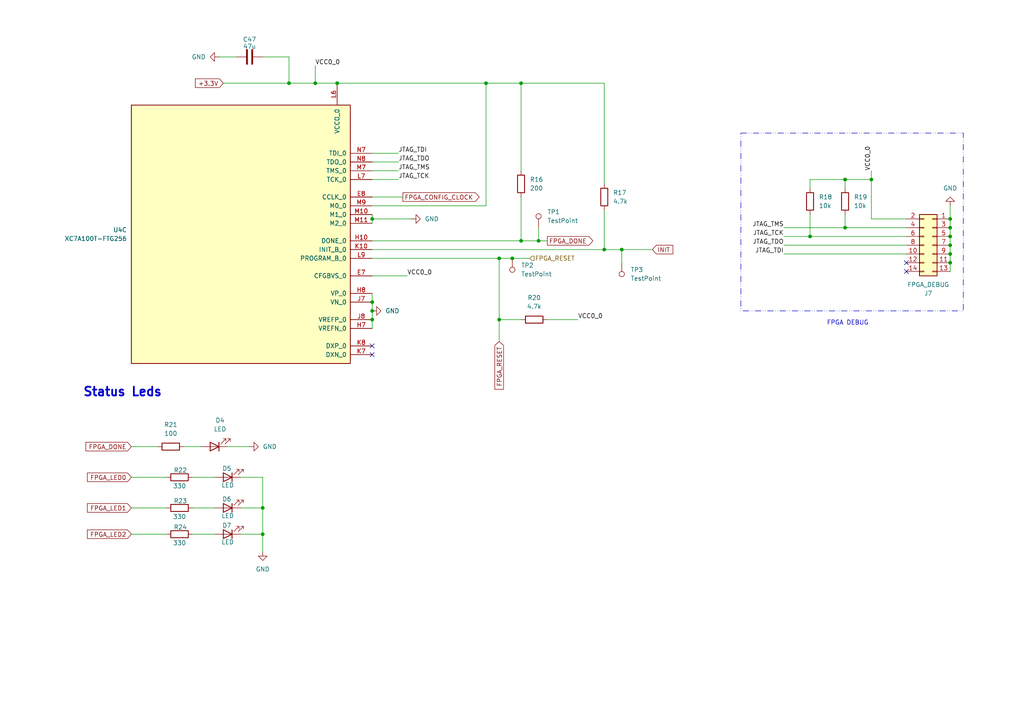
<source format=kicad_sch>
(kicad_sch (version 20231120) (generator "eeschema") (generator_version "8.0")
  (paper "A4")
  (lib_symbols
    (symbol "Connector:TestPoint" (pin_numbers hide) (pin_names (offset 0.762) hide)
      (property "Reference" "TP" (at 0 6.858 0))
      (property "Value" "TestPoint" (at 0 5.08 0))
      (symbol "TestPoint_0_1"
        (circle (center 0 3.302) (radius 0.762))
      )
      (symbol "TestPoint_1_1"
        (pin passive line (at 0 0 90) (length 2.54) (name "1") (number "1"))
      )
    )
    (symbol "Connector_Generic:Conn_02x07_Odd_Even" (pin_names (offset 1.016) hide)
      (property "Reference" "J" (at 1.27 10.16 0))
      (property "Value" "Conn_02x07_Odd_Even" (at 1.27 -10.16 0))
      (symbol "Conn_02x07_Odd_Even_1_1"
        (rectangle (start -1.27 -7.493) (end 0 -7.747) (stroke (width 0.1524)))
        (rectangle (start -1.27 -4.953) (end 0 -5.207) (stroke (width 0.1524)))
        (rectangle (start -1.27 -2.413) (end 0 -2.667) (stroke (width 0.1524)))
        (rectangle (start -1.27 0.127) (end 0 -0.127) (stroke (width 0.1524)))
        (rectangle (start -1.27 2.667) (end 0 2.413) (stroke (width 0.1524)))
        (rectangle (start -1.27 5.207) (end 0 4.953) (stroke (width 0.1524)))
        (rectangle (start -1.27 7.747) (end 0 7.493) (stroke (width 0.1524)))
        (rectangle (start -1.27 8.89) (end 3.81 -8.89) (stroke (width 0.254)) (fill (type background)))
        (rectangle (start 3.81 -7.493) (end 2.54 -7.747) (stroke (width 0.1524)))
        (rectangle (start 3.81 -4.953) (end 2.54 -5.207) (stroke (width 0.1524)))
        (rectangle (start 3.81 -2.413) (end 2.54 -2.667) (stroke (width 0.1524)))
        (rectangle (start 3.81 0.127) (end 2.54 -0.127) (stroke (width 0.1524)))
        (rectangle (start 3.81 2.667) (end 2.54 2.413) (stroke (width 0.1524)))
        (rectangle (start 3.81 5.207) (end 2.54 4.953) (stroke (width 0.1524)))
        (rectangle (start 3.81 7.747) (end 2.54 7.493) (stroke (width 0.1524)))
        (pin passive line (at -5.08 7.62 0) (length 3.81) (name "Pin_1") (number "1"))
        (pin passive line (at 7.62 -2.54 180) (length 3.81) (name "Pin_10") (number "10"))
        (pin passive line (at -5.08 -5.08 0) (length 3.81) (name "Pin_11") (number "11"))
        (pin passive line (at 7.62 -5.08 180) (length 3.81) (name "Pin_12") (number "12"))
        (pin passive line (at -5.08 -7.62 0) (length 3.81) (name "Pin_13") (number "13"))
        (pin passive line (at 7.62 -7.62 180) (length 3.81) (name "Pin_14") (number "14"))
        (pin passive line (at 7.62 7.62 180) (length 3.81) (name "Pin_2") (number "2"))
        (pin passive line (at -5.08 5.08 0) (length 3.81) (name "Pin_3") (number "3"))
        (pin passive line (at 7.62 5.08 180) (length 3.81) (name "Pin_4") (number "4"))
        (pin passive line (at -5.08 2.54 0) (length 3.81) (name "Pin_5") (number "5"))
        (pin passive line (at 7.62 2.54 180) (length 3.81) (name "Pin_6") (number "6"))
        (pin passive line (at -5.08 0 0) (length 3.81) (name "Pin_7") (number "7"))
        (pin passive line (at 7.62 0 180) (length 3.81) (name "Pin_8") (number "8"))
        (pin passive line (at -5.08 -2.54 0) (length 3.81) (name "Pin_9") (number "9"))
      )
    )
    (symbol "Device:C" (pin_numbers hide) (pin_names (offset 0.254))
      (property "Reference" "C" (at 0.635 2.54 0))
      (property "Value" "C" (at 0.635 -2.54 0))
      (symbol "C_0_1"
        (polyline (pts (xy -2.032 -0.762) (xy 2.032 -0.762)) (stroke (width 0.508)))
        (polyline (pts (xy -2.032 0.762) (xy 2.032 0.762)) (stroke (width 0.508)))
      )
      (symbol "C_1_1"
        (pin passive line (at 0 3.81 270) (length 2.794) (name "~") (number "1"))
        (pin passive line (at 0 -3.81 90) (length 2.794) (name "~") (number "2"))
      )
    )
    (symbol "Device:LED" (pin_numbers hide) (pin_names (offset 1.016) hide)
      (property "Reference" "D" (at 0 2.54 0))
      (property "Value" "LED" (at 0 -2.54 0))
      (symbol "LED_0_1"
        (polyline (pts (xy -1.27 -1.27) (xy -1.27 1.27)) (stroke (width 0.254)))
        (polyline (pts (xy -1.27 0) (xy 1.27 0)))
        (polyline (pts (xy 1.27 -1.27) (xy 1.27 1.27) (xy -1.27 0) (xy 1.27 -1.27)) (stroke (width 0.254)))
        (polyline (pts (xy -3.048 -0.762) (xy -4.572 -2.286) (xy -3.81 -2.286) (xy -4.572 -2.286) (xy -4.572 -1.524)))
        (polyline (pts (xy -1.778 -0.762) (xy -3.302 -2.286) (xy -2.54 -2.286) (xy -3.302 -2.286) (xy -3.302 -1.524)))
      )
      (symbol "LED_1_1"
        (pin passive line (at -3.81 0 0) (length 2.54) (name "K") (number "1"))
        (pin passive line (at 3.81 0 180) (length 2.54) (name "A") (number "2"))
      )
    )
    (symbol "Device:R" (pin_numbers hide) (pin_names (offset 0))
      (property "Reference" "R" (at 2.032 0 90))
      (property "Value" "R" (at 0 0 90))
      (symbol "R_0_1"
        (rectangle (start -1.016 -2.54) (end 1.016 2.54) (stroke (width 0.254)))
      )
      (symbol "R_1_1"
        (pin passive line (at 0 3.81 270) (length 1.27) (name "~") (number "1"))
        (pin passive line (at 0 -3.81 90) (length 1.27) (name "~") (number "2"))
      )
    )
    (symbol "FPGA_Xilinx_Artix7:XC7A100T-FTG256" (pin_names (offset 1.016))
      (property "Reference" "U" (at 0 1.27 0))
      (property "Value" "XC7A100T-FTG256" (at 0 -1.27 0))
      (symbol "XC7A100T-FTG256_1_1"
        (rectangle (start -44.45 67.31) (end 44.45 -73.66) (stroke (width 0.254)) (fill (type background)))
        (pin bidirectional line (at 50.8 38.1 180) (length 6.35) (name "IO_L3N_T0_DQS_AD1N_15") (number "A10"))
        (pin bidirectional line (at 50.8 27.94 180) (length 6.35) (name "IO_L5N_T0_AD9N_15") (number "A12"))
        (pin bidirectional line (at 50.8 20.32 180) (length 6.35) (name "IO_L7P_T1_AD2P_15") (number "A13"))
        (pin bidirectional line (at 50.8 17.78 180) (length 6.35) (name "IO_L7N_T1_AD2N_15") (number "A14"))
        (pin bidirectional line (at 50.8 7.62 180) (length 6.35) (name "IO_L9N_T1_DQS_AD3N_15") (number "A15"))
        (pin power_in line (at 27.94 73.66 270) (length 6.35) (name "VCCO_15") (number "A16"))
        (pin bidirectional line (at 50.8 45.72 180) (length 6.35) (name "IO_L2P_T0_AD8P_15") (number "A8"))
        (pin bidirectional line (at 50.8 43.18 180) (length 6.35) (name "IO_L2N_T0_AD8N_15") (number "A9"))
        (pin bidirectional line (at 50.8 35.56 180) (length 6.35) (name "IO_L4P_T0_15") (number "B10"))
        (pin bidirectional line (at 50.8 33.02 180) (length 6.35) (name "IO_L4N_T0_15") (number "B11"))
        (pin bidirectional line (at 50.8 30.48 180) (length 6.35) (name "IO_L5P_T0_AD9P_15") (number "B12"))
        (pin power_in line (at 30.48 73.66 270) (length 6.35) (name "VCCO_15") (number "B13"))
        (pin bidirectional line (at 50.8 12.7 180) (length 6.35) (name "IO_L8N_T1_AD10N_15") (number "B14"))
        (pin bidirectional line (at 50.8 10.16 180) (length 6.35) (name "IO_L9P_T1_DQS_AD3P_15") (number "B15"))
        (pin bidirectional line (at 50.8 2.54 180) (length 6.35) (name "IO_L10N_T1_AD11N_15") (number "B16"))
        (pin bidirectional line (at 50.8 40.64 180) (length 6.35) (name "IO_L3P_T0_DQS_AD1P_15") (number "B9"))
        (pin power_in line (at 33.02 73.66 270) (length 6.35) (name "VCCO_15") (number "C10"))
        (pin bidirectional line (at 50.8 0 180) (length 6.35) (name "IO_L11P_T1_SRCC_15") (number "C11"))
        (pin bidirectional line (at 50.8 -2.54 180) (length 6.35) (name "IO_L11N_T1_SRCC_15") (number "C12"))
        (pin bidirectional line (at 50.8 -7.62 180) (length 6.35) (name "IO_L12N_T1_MRCC_15") (number "C13"))
        (pin bidirectional line (at 50.8 15.24 180) (length 6.35) (name "IO_L8P_T1_AD10P_15") (number "C14"))
        (pin bidirectional line (at 50.8 5.08 180) (length 6.35) (name "IO_L10P_T1_AD11P_15") (number "C16"))
        (pin bidirectional line (at 50.8 50.8 180) (length 6.35) (name "IO_L1P_T0_AD0P_15") (number "C8"))
        (pin bidirectional line (at 50.8 48.26 180) (length 6.35) (name "IO_L1N_T0_AD0N_15") (number "C9"))
        (pin bidirectional line (at 50.8 53.34 180) (length 6.35) (name "IO_0_15") (number "D10"))
        (pin bidirectional line (at 50.8 -17.78 180) (length 6.35) (name "IO_L14N_T2_SRCC_15") (number "D11"))
        (pin bidirectional line (at 50.8 -5.08 180) (length 6.35) (name "IO_L12P_T1_MRCC_15") (number "D13"))
        (pin bidirectional line (at 50.8 -20.32 180) (length 6.35) (name "IO_L15P_T2_DQS_15") (number "D14"))
        (pin bidirectional line (at 50.8 -22.86 180) (length 6.35) (name "IO_L15N_T2_DQS_ADV_B_15") (number "D15"))
        (pin bidirectional line (at 50.8 -33.02 180) (length 6.35) (name "IO_L17N_T2_A25_15") (number "D16"))
        (pin bidirectional line (at 50.8 25.4 180) (length 6.35) (name "IO_L6P_T0_15") (number "D8"))
        (pin bidirectional line (at 50.8 22.86 180) (length 6.35) (name "IO_L6N_T0_VREF_15") (number "D9"))
        (pin bidirectional line (at 50.8 -15.24 180) (length 6.35) (name "IO_L14P_T2_SRCC_15") (number "E11"))
        (pin bidirectional line (at 50.8 -10.16 180) (length 6.35) (name "IO_L13P_T2_MRCC_15") (number "E12"))
        (pin bidirectional line (at 50.8 -12.7 180) (length 6.35) (name "IO_L13N_T2_MRCC_15") (number "E13"))
        (pin power_in line (at 35.56 73.66 270) (length 6.35) (name "VCCO_15") (number "E14"))
        (pin bidirectional line (at 50.8 -38.1 180) (length 6.35) (name "IO_L18N_T2_A23_15") (number "E15"))
        (pin bidirectional line (at 50.8 -30.48 180) (length 6.35) (name "IO_L17P_T2_A26_15") (number "E16"))
        (pin bidirectional line (at 50.8 -25.4 180) (length 6.35) (name "IO_L16P_T2_A28_15") (number "F12"))
        (pin bidirectional line (at 50.8 -27.94 180) (length 6.35) (name "IO_L16N_T2_A27_15") (number "F13"))
        (pin bidirectional line (at 50.8 -53.34 180) (length 6.35) (name "IO_L21N_T3_DQS_A18_15") (number "F14"))
        (pin bidirectional line (at 50.8 -35.56 180) (length 6.35) (name "IO_L18P_T2_A24_15") (number "F15"))
        (pin bidirectional line (at 50.8 -71.12 180) (length 6.35) (name "IO_25_15") (number "G11"))
        (pin bidirectional line (at 50.8 -43.18 180) (length 6.35) (name "IO_L19N_T3_A21_VREF_15") (number "G12"))
        (pin bidirectional line (at 50.8 -50.8 180) (length 6.35) (name "IO_L21P_T3_DQS_15") (number "G14"))
        (pin bidirectional line (at 50.8 -68.58 180) (length 6.35) (name "IO_L24N_T3_RS0_15") (number "G15"))
        (pin bidirectional line (at 50.8 -58.42 180) (length 6.35) (name "IO_L22N_T3_A16_15") (number "G16"))
        (pin bidirectional line (at 50.8 -40.64 180) (length 6.35) (name "IO_L19P_T3_A22_15") (number "H11"))
        (pin bidirectional line (at 50.8 -45.72 180) (length 6.35) (name "IO_L20P_T3_A20_15") (number "H12"))
        (pin bidirectional line (at 50.8 -48.26 180) (length 6.35) (name "IO_L20N_T3_A19_15") (number "H13"))
        (pin bidirectional line (at 50.8 -66.04 180) (length 6.35) (name "IO_L24P_T3_RS1_15") (number "H14"))
        (pin power_in line (at 38.1 73.66 270) (length 6.35) (name "VCCO_15") (number "H15"))
        (pin bidirectional line (at 50.8 -55.88 180) (length 6.35) (name "IO_L22P_T3_A17_15") (number "H16"))
        (pin power_in line (at 40.64 73.66 270) (length 6.35) (name "VCCO_15") (number "J12"))
        (pin bidirectional line (at -50.8 50.8 0) (length 6.35) (name "IO_L1P_T0_D00_MOSI_14") (number "J13"))
        (pin bidirectional line (at -50.8 48.26 0) (length 6.35) (name "IO_L1N_T0_D01_DIN_14") (number "J14"))
        (pin bidirectional line (at 50.8 -60.96 180) (length 6.35) (name "IO_L23P_T3_FOE_B_15") (number "J15"))
        (pin bidirectional line (at 50.8 -63.5 180) (length 6.35) (name "IO_L23N_T3_FWE_B_15") (number "J16"))
        (pin bidirectional line (at -50.8 53.34 0) (length 6.35) (name "IO_0_14") (number "K12"))
        (pin bidirectional line (at -50.8 30.48 0) (length 6.35) (name "IO_L5P_T0_D06_14") (number "K13"))
        (pin bidirectional line (at -50.8 45.72 0) (length 6.35) (name "IO_L2P_T0_D02_14") (number "K15"))
        (pin bidirectional line (at -50.8 43.18 0) (length 6.35) (name "IO_L2N_T0_D03_14") (number "K16"))
        (pin bidirectional line (at -50.8 25.4 0) (length 6.35) (name "IO_L6P_T0_FCS_B_14") (number "L12"))
        (pin bidirectional line (at -50.8 27.94 0) (length 6.35) (name "IO_L5N_T0_D07_14") (number "L13"))
        (pin bidirectional line (at -50.8 35.56 0) (length 6.35) (name "IO_L4P_T0_D04_14") (number "L14"))
        (pin bidirectional line (at -50.8 40.64 0) (length 6.35) (name "IO_L3P_T0_DQS_PUDC_B_14") (number "L15"))
        (pin power_in line (at -40.64 73.66 270) (length 6.35) (name "VCCO_14") (number "L16"))
        (pin bidirectional line (at -50.8 22.86 0) (length 6.35) (name "IO_L6N_T0_D08_VREF_14") (number "M12"))
        (pin power_in line (at -38.1 73.66 270) (length 6.35) (name "VCCO_14") (number "M13"))
        (pin bidirectional line (at -50.8 33.02 0) (length 6.35) (name "IO_L4N_T0_D05_14") (number "M14"))
        (pin bidirectional line (at -50.8 38.1 0) (length 6.35) (name "IO_L3N_T0_DQS_EMCCLK_14") (number "M15"))
        (pin bidirectional line (at -50.8 20.32 0) (length 6.35) (name "IO_L7P_T1_D09_14") (number "M16"))
        (pin bidirectional line (at -50.8 -40.64 0) (length 6.35) (name "IO_L19P_T3_A10_D26_14") (number "M6"))
        (pin power_in line (at -35.56 73.66 270) (length 6.35) (name "VCCO_14") (number "N10"))
        (pin bidirectional line (at -50.8 -10.16 0) (length 6.35) (name "IO_L13P_T2_MRCC_14") (number "N11"))
        (pin bidirectional line (at -50.8 -12.7 0) (length 6.35) (name "IO_L13N_T2_MRCC_14") (number "N12"))
        (pin bidirectional line (at -50.8 0 0) (length 6.35) (name "IO_L11P_T1_SRCC_14") (number "N13"))
        (pin bidirectional line (at -50.8 -5.08 0) (length 6.35) (name "IO_L12P_T1_MRCC_14") (number "N14"))
        (pin bidirectional line (at -50.8 17.78 0) (length 6.35) (name "IO_L7N_T1_D10_14") (number "N16"))
        (pin bidirectional line (at -50.8 -43.18 0) (length 6.35) (name "IO_L19N_T3_A09_D25_VREF_14") (number "N6"))
        (pin bidirectional line (at -50.8 -35.56 0) (length 6.35) (name "IO_L18P_T2_A12_D28_14") (number "N9"))
        (pin bidirectional line (at -50.8 -15.24 0) (length 6.35) (name "IO_L14P_T2_SRCC_14") (number "P10"))
        (pin bidirectional line (at -50.8 -17.78 0) (length 6.35) (name "IO_L14N_T2_SRCC_14") (number "P11"))
        (pin bidirectional line (at -50.8 -2.54 0) (length 6.35) (name "IO_L11N_T1_SRCC_14") (number "P13"))
        (pin bidirectional line (at -50.8 -7.62 0) (length 6.35) (name "IO_L12N_T1_MRCC_14") (number "P14"))
        (pin bidirectional line (at -50.8 15.24 0) (length 6.35) (name "IO_L8P_T1_D11_14") (number "P15"))
        (pin bidirectional line (at -50.8 12.7 0) (length 6.35) (name "IO_L8N_T1_D12_14") (number "P16"))
        (pin bidirectional line (at -50.8 -71.12 0) (length 6.35) (name "IO_25_14") (number "P6"))
        (pin power_in line (at -33.02 73.66 270) (length 6.35) (name "VCCO_14") (number "P7"))
        (pin bidirectional line (at -50.8 -45.72 0) (length 6.35) (name "IO_L20P_T3_A08_D24_14") (number "P8"))
        (pin bidirectional line (at -50.8 -38.1 0) (length 6.35) (name "IO_L18N_T2_A11_D27_14") (number "P9"))
        (pin bidirectional line (at -50.8 -30.48 0) (length 6.35) (name "IO_L17P_T2_A14_D30_14") (number "R10"))
        (pin bidirectional line (at -50.8 -33.02 0) (length 6.35) (name "IO_L17N_T2_A13_D29_14") (number "R11"))
        (pin bidirectional line (at -50.8 -20.32 0) (length 6.35) (name "IO_L15P_T2_DQS_RDWR_B_14") (number "R12"))
        (pin bidirectional line (at -50.8 -25.4 0) (length 6.35) (name "IO_L16P_T2_CSI_B_14") (number "R13"))
        (pin power_in line (at -30.48 73.66 270) (length 6.35) (name "VCCO_14") (number "R14"))
        (pin bidirectional line (at -50.8 10.16 0) (length 6.35) (name "IO_L9P_T1_DQS_14") (number "R15"))
        (pin bidirectional line (at -50.8 7.62 0) (length 6.35) (name "IO_L9N_T1_DQS_D13_14") (number "R16"))
        (pin bidirectional line (at -50.8 -60.96 0) (length 6.35) (name "IO_L23P_T3_A03_D19_14") (number "R5"))
        (pin bidirectional line (at -50.8 -66.04 0) (length 6.35) (name "IO_L24P_T3_A01_D17_14") (number "R6"))
        (pin bidirectional line (at -50.8 -68.58 0) (length 6.35) (name "IO_L24N_T3_A00_D16_14") (number "R7"))
        (pin bidirectional line (at -50.8 -48.26 0) (length 6.35) (name "IO_L20N_T3_A07_D23_14") (number "R8"))
        (pin bidirectional line (at -50.8 -58.42 0) (length 6.35) (name "IO_L22N_T3_A04_D20_14") (number "T10"))
        (pin power_in line (at -27.94 73.66 270) (length 6.35) (name "VCCO_14") (number "T11"))
        (pin bidirectional line (at -50.8 -22.86 0) (length 6.35) (name "IO_L15N_T2_DQS_DOUT_CSO_B_14") (number "T12"))
        (pin bidirectional line (at -50.8 -27.94 0) (length 6.35) (name "IO_L16N_T2_A15_D31_14") (number "T13"))
        (pin bidirectional line (at -50.8 5.08 0) (length 6.35) (name "IO_L10P_T1_D14_14") (number "T14"))
        (pin bidirectional line (at -50.8 2.54 0) (length 6.35) (name "IO_L10N_T1_D15_14") (number "T15"))
        (pin bidirectional line (at -50.8 -63.5 0) (length 6.35) (name "IO_L23N_T3_A02_D18_14") (number "T5"))
        (pin bidirectional line (at -50.8 -50.8 0) (length 6.35) (name "IO_L21P_T3_DQS_14") (number "T7"))
        (pin bidirectional line (at -50.8 -53.34 0) (length 6.35) (name "IO_L21N_T3_DQS_A06_D22_14") (number "T8"))
        (pin bidirectional line (at -50.8 -55.88 0) (length 6.35) (name "IO_L22P_T3_A05_D21_14") (number "T9"))
      )
      (symbol "XC7A100T-FTG256_2_1"
        (rectangle (start -44.45 67.31) (end 44.45 -73.66) (stroke (width 0.254)) (fill (type background)))
        (pin bidirectional line (at 50.8 12.7 180) (length 6.35) (name "IO_L8N_T1_AD14N_35") (number "A2"))
        (pin bidirectional line (at 50.8 33.02 180) (length 6.35) (name "IO_L4N_T0_35") (number "A3"))
        (pin bidirectional line (at 50.8 38.1 180) (length 6.35) (name "IO_L3N_T0_DQS_AD5N_35") (number "A4"))
        (pin bidirectional line (at 50.8 40.64 180) (length 6.35) (name "IO_L3P_T0_DQS_AD5P_35") (number "A5"))
        (pin power_in line (at 27.94 73.66 270) (length 6.35) (name "VCCO_35") (number "A6"))
        (pin bidirectional line (at 50.8 48.26 180) (length 6.35) (name "IO_L1N_T0_AD4N_35") (number "A7"))
        (pin bidirectional line (at 50.8 7.62 180) (length 6.35) (name "IO_L9N_T1_DQS_AD7N_35") (number "B1"))
        (pin bidirectional line (at 50.8 15.24 180) (length 6.35) (name "IO_L8P_T1_AD14P_35") (number "B2"))
        (pin power_in line (at 30.48 73.66 270) (length 6.35) (name "VCCO_35") (number "B3"))
        (pin bidirectional line (at 50.8 35.56 180) (length 6.35) (name "IO_L4P_T0_35") (number "B4"))
        (pin bidirectional line (at 50.8 43.18 180) (length 6.35) (name "IO_L2N_T0_AD12N_35") (number "B5"))
        (pin bidirectional line (at 50.8 45.72 180) (length 6.35) (name "IO_L2P_T0_AD12P_35") (number "B6"))
        (pin bidirectional line (at 50.8 50.8 180) (length 6.35) (name "IO_L1P_T0_AD4P_35") (number "B7"))
        (pin bidirectional line (at 50.8 10.16 180) (length 6.35) (name "IO_L9P_T1_DQS_AD7P_35") (number "C1"))
        (pin bidirectional line (at 50.8 17.78 180) (length 6.35) (name "IO_L7N_T1_AD6N_35") (number "C2"))
        (pin bidirectional line (at 50.8 20.32 180) (length 6.35) (name "IO_L7P_T1_AD6P_35") (number "C3"))
        (pin bidirectional line (at 50.8 -7.62 180) (length 6.35) (name "IO_L12N_T1_MRCC_35") (number "C4"))
        (pin bidirectional line (at 50.8 27.94 180) (length 6.35) (name "IO_L5N_T0_AD13N_35") (number "C6"))
        (pin bidirectional line (at 50.8 30.48 180) (length 6.35) (name "IO_L5P_T0_AD13P_35") (number "C7"))
        (pin bidirectional line (at 50.8 2.54 180) (length 6.35) (name "IO_L10N_T1_AD15N_35") (number "D1"))
        (pin bidirectional line (at 50.8 -2.54 180) (length 6.35) (name "IO_L11N_T1_SRCC_35") (number "D3"))
        (pin bidirectional line (at 50.8 -5.08 180) (length 6.35) (name "IO_L12P_T1_MRCC_35") (number "D4"))
        (pin bidirectional line (at 50.8 22.86 180) (length 6.35) (name "IO_L6N_T0_VREF_35") (number "D5"))
        (pin bidirectional line (at 50.8 25.4 180) (length 6.35) (name "IO_L6P_T0_35") (number "D6"))
        (pin power_in line (at 33.02 73.66 270) (length 6.35) (name "VCCO_35") (number "D7"))
        (pin bidirectional line (at 50.8 -22.86 180) (length 6.35) (name "IO_L15N_T2_DQS_35") (number "E1"))
        (pin bidirectional line (at 50.8 5.08 180) (length 6.35) (name "IO_L10P_T1_AD15P_35") (number "E2"))
        (pin bidirectional line (at 50.8 0 180) (length 6.35) (name "IO_L11P_T1_SRCC_35") (number "E3"))
        (pin power_in line (at 35.56 73.66 270) (length 6.35) (name "VCCO_35") (number "E4"))
        (pin bidirectional line (at 50.8 -12.7 180) (length 6.35) (name "IO_L13N_T2_MRCC_35") (number "E5"))
        (pin bidirectional line (at 50.8 53.34 180) (length 6.35) (name "IO_0_35") (number "E6"))
        (pin power_in line (at 38.1 73.66 270) (length 6.35) (name "VCCO_35") (number "F1"))
        (pin bidirectional line (at 50.8 -20.32 180) (length 6.35) (name "IO_L15P_T2_DQS_35") (number "F2"))
        (pin bidirectional line (at 50.8 -17.78 180) (length 6.35) (name "IO_L14N_T2_SRCC_35") (number "F3"))
        (pin bidirectional line (at 50.8 -15.24 180) (length 6.35) (name "IO_L14P_T2_SRCC_35") (number "F4"))
        (pin bidirectional line (at 50.8 -10.16 180) (length 6.35) (name "IO_L13P_T2_MRCC_35") (number "F5"))
        (pin bidirectional line (at 50.8 -33.02 180) (length 6.35) (name "IO_L17N_T2_35") (number "G1"))
        (pin bidirectional line (at 50.8 -30.48 180) (length 6.35) (name "IO_L17P_T2_35") (number "G2"))
        (pin bidirectional line (at 50.8 -27.94 180) (length 6.35) (name "IO_L16N_T2_35") (number "G4"))
        (pin bidirectional line (at 50.8 -25.4 180) (length 6.35) (name "IO_L16P_T2_35") (number "G5"))
        (pin bidirectional line (at 50.8 -48.26 180) (length 6.35) (name "IO_L20N_T3_35") (number "H1"))
        (pin bidirectional line (at 50.8 -45.72 180) (length 6.35) (name "IO_L20P_T3_35") (number "H2"))
        (pin bidirectional line (at 50.8 -53.34 180) (length 6.35) (name "IO_L21N_T3_DQS_35") (number "H3"))
        (pin bidirectional line (at 50.8 -38.1 180) (length 6.35) (name "IO_L18N_T2_35") (number "H4"))
        (pin bidirectional line (at 50.8 -35.56 180) (length 6.35) (name "IO_L18P_T2_35") (number "H5"))
        (pin bidirectional line (at 50.8 -58.42 180) (length 6.35) (name "IO_L22N_T3_35") (number "J1"))
        (pin power_in line (at 40.64 73.66 270) (length 6.35) (name "VCCO_35") (number "J2"))
        (pin bidirectional line (at 50.8 -50.8 180) (length 6.35) (name "IO_L21P_T3_DQS_35") (number "J3"))
        (pin bidirectional line (at 50.8 -43.18 180) (length 6.35) (name "IO_L19N_T3_VREF_35") (number "J4"))
        (pin bidirectional line (at 50.8 -40.64 180) (length 6.35) (name "IO_L19P_T3_35") (number "J5"))
        (pin bidirectional line (at 50.8 -55.88 180) (length 6.35) (name "IO_L22P_T3_35") (number "K1"))
        (pin bidirectional line (at 50.8 -68.58 180) (length 6.35) (name "IO_L24N_T3_35") (number "K2"))
        (pin bidirectional line (at 50.8 -66.04 180) (length 6.35) (name "IO_L24P_T3_35") (number "K3"))
        (pin bidirectional line (at 50.8 -71.12 180) (length 6.35) (name "IO_25_35") (number "K5"))
        (pin bidirectional line (at 50.8 -63.5 180) (length 6.35) (name "IO_L23N_T3_35") (number "L2"))
        (pin bidirectional line (at 50.8 -60.96 180) (length 6.35) (name "IO_L23P_T3_35") (number "L3"))
        (pin bidirectional line (at -50.8 50.8 0) (length 6.35) (name "IO_L1P_T0_34") (number "L4"))
        (pin bidirectional line (at -50.8 53.34 0) (length 6.35) (name "IO_0_34") (number "L5"))
        (pin bidirectional line (at -50.8 43.18 0) (length 6.35) (name "IO_L2N_T0_34") (number "M1"))
        (pin bidirectional line (at -50.8 45.72 0) (length 6.35) (name "IO_L2P_T0_34") (number "M2"))
        (pin power_in line (at -40.64 73.66 270) (length 6.35) (name "VCCO_34") (number "M3"))
        (pin bidirectional line (at -50.8 48.26 0) (length 6.35) (name "IO_L1N_T0_34") (number "M4"))
        (pin bidirectional line (at -50.8 25.4 0) (length 6.35) (name "IO_L6P_T0_34") (number "M5"))
        (pin bidirectional line (at -50.8 35.56 0) (length 6.35) (name "IO_L4P_T0_34") (number "N1"))
        (pin bidirectional line (at -50.8 38.1 0) (length 6.35) (name "IO_L3N_T0_DQS_34") (number "N2"))
        (pin bidirectional line (at -50.8 40.64 0) (length 6.35) (name "IO_L3P_T0_DQS_34") (number "N3"))
        (pin bidirectional line (at -50.8 22.86 0) (length 6.35) (name "IO_L6N_T0_VREF_34") (number "N4"))
        (pin bidirectional line (at -50.8 33.02 0) (length 6.35) (name "IO_L4N_T0_34") (number "P1"))
        (pin bidirectional line (at -50.8 27.94 0) (length 6.35) (name "IO_L5N_T0_34") (number "P3"))
        (pin bidirectional line (at -50.8 30.48 0) (length 6.35) (name "IO_L5P_T0_34") (number "P4"))
        (pin bidirectional line (at -50.8 5.08 0) (length 6.35) (name "IO_L10P_T1_34") (number "P5"))
        (pin bidirectional line (at -50.8 17.78 0) (length 6.35) (name "IO_L7N_T1_34") (number "R1"))
        (pin bidirectional line (at -50.8 20.32 0) (length 6.35) (name "IO_L7P_T1_34") (number "R2"))
        (pin bidirectional line (at -50.8 15.24 0) (length 6.35) (name "IO_L8P_T1_34") (number "R3"))
        (pin power_in line (at -38.1 73.66 270) (length 6.35) (name "VCCO_34") (number "R4"))
        (pin power_in line (at -35.56 73.66 270) (length 6.35) (name "VCCO_34") (number "T1"))
        (pin bidirectional line (at -50.8 12.7 0) (length 6.35) (name "IO_L8N_T1_34") (number "T2"))
        (pin bidirectional line (at -50.8 7.62 0) (length 6.35) (name "IO_L9N_T1_DQS_34") (number "T3"))
        (pin bidirectional line (at -50.8 10.16 0) (length 6.35) (name "IO_L9P_T1_DQS_34") (number "T4"))
      )
      (symbol "XC7A100T-FTG256_3_1"
        (rectangle (start -31.75 34.29) (end 31.75 -40.64) (stroke (width 0.254)) (fill (type background)))
        (pin bidirectional line (at 38.1 -15.24 180) (length 6.35) (name "CFGBVS_0") (number "E7"))
        (pin bidirectional line (at 38.1 7.62 180) (length 6.35) (name "CCLK_0") (number "E8"))
        (pin bidirectional line (at 38.1 -5.08 180) (length 6.35) (name "DONE_0") (number "H10"))
        (pin bidirectional line (at 38.1 -30.48 180) (length 6.35) (name "VREFN_0") (number "H7"))
        (pin bidirectional line (at 38.1 -20.32 180) (length 6.35) (name "VP_0") (number "H8"))
        (pin bidirectional line (at 38.1 -22.86 180) (length 6.35) (name "VN_0") (number "J7"))
        (pin bidirectional line (at 38.1 -27.94 180) (length 6.35) (name "VREFP_0") (number "J8"))
        (pin bidirectional line (at 38.1 -7.62 180) (length 6.35) (name "INIT_B_0") (number "K10"))
        (pin bidirectional line (at 38.1 -38.1 180) (length 6.35) (name "DXN_0") (number "K7"))
        (pin bidirectional line (at 38.1 -35.56 180) (length 6.35) (name "DXP_0") (number "K8"))
        (pin power_in line (at 27.94 40.64 270) (length 6.35) (name "VCCO_0") (number "L6"))
        (pin bidirectional line (at 38.1 12.7 180) (length 6.35) (name "TCK_0") (number "L7"))
        (pin bidirectional line (at 38.1 -10.16 180) (length 6.35) (name "PROGRAM_B_0") (number "L9"))
        (pin bidirectional line (at 38.1 2.54 180) (length 6.35) (name "M1_0") (number "M10"))
        (pin bidirectional line (at 38.1 0 180) (length 6.35) (name "M2_0") (number "M11"))
        (pin bidirectional line (at 38.1 15.24 180) (length 6.35) (name "TMS_0") (number "M7"))
        (pin bidirectional line (at 38.1 5.08 180) (length 6.35) (name "M0_0") (number "M9"))
        (pin bidirectional line (at 38.1 20.32 180) (length 6.35) (name "TDI_0") (number "N7"))
        (pin bidirectional line (at 38.1 17.78 180) (length 6.35) (name "TDO_0") (number "N8"))
      )
      (symbol "XC7A100T-FTG256_4_1"
        (rectangle (start -19.05 35.56) (end 19.05 -35.56) (stroke (width 0.254)) (fill (type background)))
        (pin power_in line (at -25.4 2.54 0) (length 6.35) (name "GND") (number "A1"))
        (pin power_in line (at -25.4 0 0) (length 6.35) (name "GND") (number "A11"))
        (pin power_in line (at -25.4 -2.54 0) (length 6.35) (name "GND") (number "B8"))
        (pin power_in line (at -25.4 -7.62 0) (length 6.35) (name "GND") (number "C15"))
        (pin power_in line (at -25.4 -5.08 0) (length 6.35) (name "GND") (number "C5"))
        (pin power_in line (at -25.4 -12.7 0) (length 6.35) (name "GND") (number "D12"))
        (pin power_in line (at -25.4 -10.16 0) (length 6.35) (name "GND") (number "D2"))
        (pin power_in line (at -25.4 12.7 0) (length 6.35) (name "VCCBRAM") (number "E10"))
        (pin power_in line (at -25.4 -15.24 0) (length 6.35) (name "GND") (number "E9"))
        (pin power_in line (at -25.4 -20.32 0) (length 6.35) (name "GND") (number "F10"))
        (pin power_in line (at -25.4 10.16 0) (length 6.35) (name "VCCBRAM") (number "F11"))
        (pin power_in line (at -25.4 -22.86 0) (length 6.35) (name "GND") (number "F16"))
        (pin power_in line (at -25.4 -17.78 0) (length 6.35) (name "GND") (number "F6"))
        (pin power_in line (at 25.4 33.02 180) (length 6.35) (name "VCCINT") (number "F7"))
        (pin power_in line (at -25.4 15.24 0) (length 6.35) (name "VCCBATT_0") (number "F8"))
        (pin power_in line (at 25.4 30.48 180) (length 6.35) (name "VCCINT") (number "F9"))
        (pin power_in line (at -25.4 33.02 0) (length 6.35) (name "VCCAUX") (number "G10"))
        (pin power_in line (at -25.4 -30.48 0) (length 6.35) (name "GND") (number "G13"))
        (pin power_in line (at -25.4 -25.4 0) (length 6.35) (name "GND") (number "G3"))
        (pin power_in line (at 25.4 27.94 180) (length 6.35) (name "VCCINT") (number "G6"))
        (pin power_in line (at -25.4 20.32 0) (length 6.35) (name "GNDADC_0") (number "G7"))
        (pin power_in line (at -25.4 17.78 0) (length 6.35) (name "VCCADC_0") (number "G8"))
        (pin power_in line (at -25.4 -27.94 0) (length 6.35) (name "GND") (number "G9"))
        (pin power_in line (at -25.4 -33.02 0) (length 6.35) (name "GND") (number "H6"))
        (pin power_in line (at 25.4 25.4 180) (length 6.35) (name "VCCINT") (number "H9"))
        (pin power_in line (at -25.4 30.48 0) (length 6.35) (name "VCCAUX") (number "J10"))
        (pin power_in line (at 25.4 0 180) (length 6.35) (name "GND") (number "J11"))
        (pin power_in line (at 25.4 22.86 180) (length 6.35) (name "VCCINT") (number "J6"))
        (pin power_in line (at 25.4 2.54 180) (length 6.35) (name "GND") (number "J9"))
        (pin power_in line (at -25.4 27.94 0) (length 6.35) (name "VCCAUX") (number "K11"))
        (pin power_in line (at 25.4 -7.62 180) (length 6.35) (name "GND") (number "K14"))
        (pin power_in line (at 25.4 -2.54 180) (length 6.35) (name "GND") (number "K4"))
        (pin power_in line (at 25.4 -5.08 180) (length 6.35) (name "GND") (number "K6"))
        (pin power_in line (at 25.4 20.32 180) (length 6.35) (name "VCCINT") (number "K9"))
        (pin power_in line (at 25.4 -10.16 180) (length 6.35) (name "GND") (number "L1"))
        (pin power_in line (at -25.4 25.4 0) (length 6.35) (name "VCCAUX") (number "L10"))
        (pin power_in line (at 25.4 -12.7 180) (length 6.35) (name "GND") (number "L11"))
        (pin power_in line (at 25.4 17.78 180) (length 6.35) (name "VCCINT") (number "L8"))
        (pin power_in line (at 25.4 -15.24 180) (length 6.35) (name "GND") (number "M8"))
        (pin power_in line (at 25.4 -20.32 180) (length 6.35) (name "GND") (number "N15"))
        (pin power_in line (at 25.4 -17.78 180) (length 6.35) (name "GND") (number "N5"))
        (pin power_in line (at 25.4 -25.4 180) (length 6.35) (name "GND") (number "P12"))
        (pin power_in line (at 25.4 -22.86 180) (length 6.35) (name "GND") (number "P2"))
        (pin power_in line (at 25.4 -27.94 180) (length 6.35) (name "GND") (number "R9"))
        (pin power_in line (at 25.4 -33.02 180) (length 6.35) (name "GND") (number "T16"))
        (pin power_in line (at 25.4 -30.48 180) (length 6.35) (name "GND") (number "T6"))
      )
    )
    (symbol "power:GND" (power) (pin_numbers hide) (pin_names (offset 0) hide)
      (property "Value" "GND" (at 0 -3.81 0))
      (symbol "GND_0_1"
        (polyline (pts (xy 0 0) (xy 0 -1.27) (xy 1.27 -1.27) (xy 0 -2.54) (xy -1.27 -1.27) (xy 0 -1.27)))
      )
      (symbol "GND_1_1"
        (pin power_in line (at 0 0 270) (length 0) (name "~") (number "1"))
      )
    )
  )
  (junction (at 97.79 24.13))
  (junction (at 275.59 76.2))
  (junction (at 234.95 68.58))
  (junction (at 144.78 74.93))
  (junction (at 151.13 24.13))
  (junction (at 107.95 90.17))
  (junction (at 180.34 72.39))
  (junction (at 91.44 24.13))
  (junction (at 245.11 66.04))
  (junction (at 156.21 69.85))
  (junction (at 83.82 24.13))
  (junction (at 76.2 147.32))
  (junction (at 107.95 87.63))
  (junction (at 275.59 71.12))
  (junction (at 151.13 69.85))
  (junction (at 107.95 92.71))
  (junction (at 275.59 68.58))
  (junction (at 144.78 92.71))
  (junction (at 107.95 63.5))
  (junction (at 252.73 52.07))
  (junction (at 140.97 24.13))
  (junction (at 76.2 154.94))
  (junction (at 148.59 74.93))
  (junction (at 275.59 66.04))
  (junction (at 245.11 52.07))
  (junction (at 175.26 72.39))
  (junction (at 275.59 63.5))
  (junction (at 275.59 73.66))
  (no_connect (at 107.95 100.33))
  (no_connect (at 107.95 102.87))
  (no_connect (at 262.89 78.74))
  (no_connect (at 262.89 76.2))
  (wire (pts (xy 227.33 73.66) (xy 262.89 73.66)))
  (wire (pts (xy 107.95 52.07) (xy 115.57 52.07)))
  (wire (pts (xy 275.59 68.58) (xy 275.59 71.12)))
  (wire (pts (xy 245.11 52.07) (xy 245.11 54.61)))
  (wire (pts (xy 55.88 138.43) (xy 62.23 138.43)))
  (wire (pts (xy 107.95 92.71) (xy 107.95 95.25)))
  (wire (pts (xy 107.95 85.09) (xy 107.95 87.63)))
  (wire (pts (xy 158.75 92.71) (xy 167.64 92.71)))
  (wire (pts (xy 107.95 62.23) (xy 107.95 63.5)))
  (wire (pts (xy 234.95 54.61) (xy 234.95 52.07)))
  (wire (pts (xy 151.13 69.85) (xy 156.21 69.85)))
  (wire (pts (xy 175.26 53.34) (xy 175.26 24.13)))
  (wire (pts (xy 69.85 147.32) (xy 76.2 147.32)))
  (wire (pts (xy 156.21 66.04) (xy 156.21 69.85)))
  (wire (pts (xy 38.1 154.94) (xy 48.26 154.94)))
  (wire (pts (xy 148.59 74.93) (xy 153.67 74.93)))
  (wire (pts (xy 38.1 138.43) (xy 48.26 138.43)))
  (wire (pts (xy 69.85 138.43) (xy 76.2 138.43)))
  (wire (pts (xy 234.95 52.07) (xy 245.11 52.07)))
  (wire (pts (xy 227.33 66.04) (xy 245.11 66.04)))
  (wire (pts (xy 144.78 92.71) (xy 144.78 74.93)))
  (wire (pts (xy 83.82 16.51) (xy 76.2 16.51)))
  (wire (pts (xy 156.21 69.85) (xy 158.75 69.85)))
  (wire (pts (xy 66.04 129.54) (xy 72.39 129.54)))
  (wire (pts (xy 55.88 147.32) (xy 62.23 147.32)))
  (wire (pts (xy 140.97 24.13) (xy 151.13 24.13)))
  (wire (pts (xy 107.95 74.93) (xy 144.78 74.93)))
  (wire (pts (xy 107.95 63.5) (xy 107.95 64.77)))
  (wire (pts (xy 68.58 16.51) (xy 63.5 16.51)))
  (wire (pts (xy 275.59 59.69) (xy 275.59 63.5)))
  (wire (pts (xy 107.95 59.69) (xy 140.97 59.69)))
  (wire (pts (xy 252.73 49.53) (xy 252.73 52.07)))
  (wire (pts (xy 180.34 72.39) (xy 180.34 76.2)))
  (wire (pts (xy 275.59 76.2) (xy 275.59 78.74)))
  (wire (pts (xy 245.11 66.04) (xy 262.89 66.04)))
  (wire (pts (xy 107.95 69.85) (xy 151.13 69.85)))
  (wire (pts (xy 245.11 52.07) (xy 252.73 52.07)))
  (wire (pts (xy 107.95 44.45) (xy 115.57 44.45)))
  (wire (pts (xy 144.78 99.06) (xy 144.78 92.71)))
  (wire (pts (xy 180.34 72.39) (xy 189.23 72.39)))
  (wire (pts (xy 38.1 129.54) (xy 45.72 129.54)))
  (wire (pts (xy 38.1 147.32) (xy 48.26 147.32)))
  (wire (pts (xy 144.78 92.71) (xy 151.13 92.71)))
  (wire (pts (xy 234.95 68.58) (xy 234.95 62.23)))
  (wire (pts (xy 144.78 74.93) (xy 148.59 74.93)))
  (wire (pts (xy 83.82 24.13) (xy 91.44 24.13)))
  (wire (pts (xy 97.79 24.13) (xy 140.97 24.13)))
  (wire (pts (xy 227.33 68.58) (xy 234.95 68.58)))
  (wire (pts (xy 64.77 24.13) (xy 83.82 24.13)))
  (wire (pts (xy 107.95 80.01) (xy 118.11 80.01)))
  (wire (pts (xy 76.2 138.43) (xy 76.2 147.32)))
  (wire (pts (xy 275.59 66.04) (xy 275.59 68.58)))
  (wire (pts (xy 227.33 71.12) (xy 262.89 71.12)))
  (wire (pts (xy 175.26 72.39) (xy 180.34 72.39)))
  (wire (pts (xy 76.2 154.94) (xy 76.2 160.02)))
  (wire (pts (xy 275.59 71.12) (xy 275.59 73.66)))
  (wire (pts (xy 275.59 73.66) (xy 275.59 76.2)))
  (wire (pts (xy 107.95 46.99) (xy 115.57 46.99)))
  (wire (pts (xy 175.26 60.96) (xy 175.26 72.39)))
  (wire (pts (xy 107.95 49.53) (xy 115.57 49.53)))
  (wire (pts (xy 107.95 90.17) (xy 107.95 92.71)))
  (wire (pts (xy 58.42 129.54) (xy 53.34 129.54)))
  (wire (pts (xy 83.82 16.51) (xy 83.82 24.13)))
  (wire (pts (xy 107.95 87.63) (xy 107.95 90.17)))
  (wire (pts (xy 252.73 63.5) (xy 262.89 63.5)))
  (wire (pts (xy 151.13 57.15) (xy 151.13 69.85)))
  (wire (pts (xy 107.95 63.5) (xy 119.38 63.5)))
  (wire (pts (xy 107.95 72.39) (xy 175.26 72.39)))
  (wire (pts (xy 140.97 59.69) (xy 140.97 24.13)))
  (wire (pts (xy 69.85 154.94) (xy 76.2 154.94)))
  (wire (pts (xy 275.59 63.5) (xy 275.59 66.04)))
  (wire (pts (xy 91.44 24.13) (xy 97.79 24.13)))
  (wire (pts (xy 252.73 52.07) (xy 252.73 63.5)))
  (wire (pts (xy 262.89 68.58) (xy 234.95 68.58)))
  (wire (pts (xy 76.2 147.32) (xy 76.2 154.94)))
  (wire (pts (xy 245.11 66.04) (xy 245.11 62.23)))
  (wire (pts (xy 55.88 154.94) (xy 62.23 154.94)))
  (wire (pts (xy 91.44 19.05) (xy 91.44 24.13)))
  (wire (pts (xy 151.13 24.13) (xy 175.26 24.13)))
  (wire (pts (xy 107.95 57.15) (xy 116.84 57.15)))
  (wire (pts (xy 151.13 24.13) (xy 151.13 49.53)))
  (rectangle (start 214.884 38.608) (end 279.4 90.17) (stroke (width 0) (type dash_dot_dot)))
  (text "FPGA DEBUG" (at 245.872 93.726 0) (effects (font (size 1.27 1.27))))
  (text "Status Leds" (at 35.56 113.792 0) (effects (font (size 2.54 2.54) (thickness 0.508) (bold yes))))
  (label "JTAG_TDI" (at 115.57 44.45 0))
  (label "VCC0_0" (at 91.44 19.05 0))
  (label "JTAG_TCK" (at 227.33 68.58 180))
  (label "JTAG_TMS" (at 227.33 66.04 180))
  (label "JTAG_TDO" (at 115.57 46.99 0))
  (label "VCC0_0" (at 252.73 49.53 90))
  (label "JTAG_TDI" (at 227.33 73.66 180))
  (label "JTAG_TCK" (at 115.57 52.07 0))
  (label "JTAG_TMS" (at 115.57 49.53 0))
  (label "JTAG_TDO" (at 227.33 71.12 180))
  (label "VCC0_0" (at 118.11 80.01 0))
  (label "VCC0_0" (at 167.64 92.71 0))
  (global_label "FPGA_DONE" (shape output) (at 158.75 69.85 0) (property "Intersheetrefs" "${INTERSHEET_REFS}" (effects (hide yes))))
  (global_label "INIT" (shape input) (at 189.23 72.39 0) (property "Intersheetrefs" "${INTERSHEET_REFS}" (effects (hide yes))))
  (global_label "FPGA_RESET" (shape input) (at 144.78 99.06 270) (property "Intersheetrefs" "${INTERSHEET_REFS}" (effects (hide yes))))
  (global_label "FPGA_LED2" (shape input) (at 38.1 154.94 180) (property "Intersheetrefs" "${INTERSHEET_REFS}" (effects (hide yes))))
  (global_label "FPGA_DONE" (shape input) (at 38.1 129.54 180) (property "Intersheetrefs" "${INTERSHEET_REFS}" (effects (hide yes))))
  (global_label "FPGA_LED0" (shape input) (at 38.1 138.43 180) (property "Intersheetrefs" "${INTERSHEET_REFS}" (effects (hide yes))))
  (global_label "+3.3V" (shape input) (at 64.77 24.13 180) (property "Intersheetrefs" "${INTERSHEET_REFS}" (effects (hide yes))))
  (global_label "FPGA_LED1" (shape input) (at 38.1 147.32 180) (property "Intersheetrefs" "${INTERSHEET_REFS}" (effects (hide yes))))
  (global_label "FPGA_CONFIG_CLOCK" (shape output) (at 116.84 57.15 0) (property "Intersheetrefs" "${INTERSHEET_REFS}" (effects (hide yes))))
  (hierarchical_label "FPGA_RESET" (shape input) (at 153.67 74.93 0))
  (symbol (lib_id "Device:R") (at 175.26 57.15 0) (unit 1)
    (property "Reference" "R17" (at 177.8 55.8799 0) (effects (justify left)))
    (property "Value" "4.7k" (at 177.8 58.4199 0) (effects (justify left)))
    (property "Footprint" "Resistor_SMD:R_1206_3216Metric_Pad1.30x1.75mm_HandSolder" (effects (hide yes)))
    (property "Description" "Resistor" (effects (hide yes)))
  )
  (symbol (lib_id "Connector:TestPoint") (at 180.34 76.2 180) (unit 1)
    (property "Reference" "TP3" (at 182.88 78.2319 0) (effects (justify right)))
    (property "Value" "TestPoint" (at 182.88 80.7719 0) (effects (justify right)))
    (property "Footprint" "TestPoint:TestPoint_Pad_D2.0mm" (effects (hide yes)))
    (property "Description" "test point" (effects (hide yes)))
  )
  (symbol (lib_id "Device:R") (at 151.13 53.34 0) (unit 1)
    (property "Reference" "R16" (at 153.67 52.0699 0) (effects (justify left)))
    (property "Value" "200" (at 153.67 54.6099 0) (effects (justify left)))
    (property "Footprint" "Resistor_SMD:R_1206_3216Metric_Pad1.30x1.75mm_HandSolder" (effects (hide yes)))
    (property "Description" "Resistor" (effects (hide yes)))
  )
  (symbol (lib_id "Device:R") (at 234.95 58.42 180) (unit 1)
    (property "Reference" "R18" (at 237.49 57.1499 0) (effects (justify right)))
    (property "Value" "10k" (at 237.49 59.6899 0) (effects (justify right)))
    (property "Footprint" "Resistor_SMD:R_1206_3216Metric_Pad1.30x1.75mm_HandSolder" (effects (hide yes)))
    (property "Description" "Resistor" (effects (hide yes)))
  )
  (symbol (lib_id "Device:R") (at 49.53 129.54 90) (unit 1)
    (property "Reference" "R21" (at 49.53 123.19 90))
    (property "Value" "100" (at 49.53 125.73 90))
    (property "Footprint" "Resistor_SMD:R_1206_3216Metric_Pad1.30x1.75mm_HandSolder" (effects (hide yes)))
    (property "Description" "Resistor" (effects (hide yes)))
  )
  (symbol (lib_id "Device:R") (at 52.07 154.94 270) (unit 1)
    (property "Reference" "R24" (at 52.324 152.908 90))
    (property "Value" "330" (at 52.07 157.48 90))
    (property "Footprint" "Resistor_SMD:R_1206_3216Metric_Pad1.30x1.75mm_HandSolder" (effects (hide yes)))
    (property "Description" "Resistor" (effects (hide yes)))
  )
  (symbol (lib_id "power:GND") (at 76.2 160.02 0) (unit 1)
    (property "Reference" "#PWR038" (effects (hide yes)))
    (property "Value" "GND" (at 76.2 165.1 0))
    (property "Description" "Power symbol creates a global label with name \"GND\" , ground" (effects (hide yes)))
  )
  (symbol (lib_id "Device:LED") (at 62.23 129.54 180) (unit 1)
    (property "Reference" "D4" (at 63.8175 121.92 0))
    (property "Value" "LED" (at 63.8175 124.46 0))
    (property "Footprint" "LED_SMD:LED_1206_3216Metric_Pad1.42x1.75mm_HandSolder" (effects (hide yes)))
    (property "Description" "Light emitting diode" (effects (hide yes)))
  )
  (symbol (lib_id "Device:C") (at 72.39 16.51 270) (unit 1)
    (property "Reference" "C47" (at 72.39 11.43 90))
    (property "Value" "47u" (at 72.39 13.462 90))
    (property "Footprint" "Capacitor_SMD:C_1210_3225Metric_Pad1.33x2.70mm_HandSolder" (effects (hide yes)))
    (property "Description" "Unpolarized capacitor" (effects (hide yes)))
  )
  (symbol (lib_id "power:GND") (at 72.39 129.54 90) (unit 1)
    (property "Reference" "#PWR037" (effects (hide yes)))
    (property "Value" "GND" (at 76.2 129.5399 90) (effects (justify right)))
    (property "Description" "Power symbol creates a global label with name \"GND\" , ground" (effects (hide yes)))
  )
  (symbol (lib_id "Connector_Generic:Conn_02x07_Odd_Even") (at 270.51 71.12 0) (mirror y) (unit 1)
    (property "Reference" "J7" (at 269.24 85.09 0))
    (property "Value" "FPGA_DEBUG" (at 269.24 82.55 0))
    (property "Footprint" "MicroHard:MOLEX_87832-1420" (effects (hide yes)))
    (property "Description" "Generic connector, double row, 02x07, odd/even pin numbering scheme (row 1 odd numbers, row 2 even numbers), script generated (kicad-library-utils/schlib/autogen/connector/)" (effects (hide yes)))
  )
  (symbol (lib_id "power:GND") (at 275.59 59.69 180) (unit 1)
    (property "Reference" "#PWR034" (effects (hide yes)))
    (property "Value" "GND" (at 275.59 54.61 0))
    (property "Description" "Power symbol creates a global label with name \"GND\" , ground" (effects (hide yes)))
  )
  (symbol (lib_id "Device:R") (at 154.94 92.71 90) (unit 1)
    (property "Reference" "R20" (at 154.94 86.36 90))
    (property "Value" "4.7k" (at 154.94 88.9 90))
    (property "Footprint" "Resistor_SMD:R_1206_3216Metric_Pad1.30x1.75mm_HandSolder" (effects (hide yes)))
    (property "Description" "Resistor" (effects (hide yes)))
  )
  (symbol (lib_id "Device:LED") (at 66.04 154.94 180) (unit 1)
    (property "Reference" "D7" (at 65.786 152.4 0))
    (property "Value" "LED" (at 66.04 157.226 0))
    (property "Footprint" "LED_SMD:LED_1206_3216Metric_Pad1.42x1.75mm_HandSolder" (effects (hide yes)))
    (property "Description" "Light emitting diode" (effects (hide yes)))
  )
  (symbol (lib_id "FPGA_Xilinx_Artix7:XC7A100T-FTG256") (at 69.85 64.77 0) (unit 3)
    (property "Reference" "U4" (at 36.83 66.6749 0) (effects (justify right)))
    (property "Value" "XC7A100T-FTG256" (at 36.83 69.2149 0) (effects (justify right)))
    (property "Footprint" "MicroHard:BGA256C100P16X16_1700X1700X155" (effects (hide yes)))
    (property "Description" "Artix 7 T 100 XC7A100T-FTG256" (effects (hide yes)))
  )
  (symbol (lib_id "Connector:TestPoint") (at 148.59 74.93 180) (unit 1)
    (property "Reference" "TP2" (at 151.13 76.9619 0) (effects (justify right)))
    (property "Value" "TestPoint" (at 151.13 79.5019 0) (effects (justify right)))
    (property "Footprint" "TestPoint:TestPoint_Pad_D2.0mm" (effects (hide yes)))
    (property "Description" "test point" (effects (hide yes)))
  )
  (symbol (lib_id "Device:R") (at 52.07 147.32 270) (unit 1)
    (property "Reference" "R23" (at 52.324 145.288 90))
    (property "Value" "330" (at 52.07 149.86 90))
    (property "Footprint" "Resistor_SMD:R_1206_3216Metric_Pad1.30x1.75mm_HandSolder" (effects (hide yes)))
    (property "Description" "Resistor" (effects (hide yes)))
  )
  (symbol (lib_id "power:GND") (at 107.95 90.17 90) (unit 1)
    (property "Reference" "#PWR036" (effects (hide yes)))
    (property "Value" "GND" (at 111.76 90.1699 90) (effects (justify right)))
    (property "Description" "Power symbol creates a global label with name \"GND\" , ground" (effects (hide yes)))
  )
  (symbol (lib_id "power:GND") (at 119.38 63.5 90) (unit 1)
    (property "Reference" "#PWR035" (effects (hide yes)))
    (property "Value" "GND" (at 123.19 63.4999 90) (effects (justify right)))
    (property "Description" "Power symbol creates a global label with name \"GND\" , ground" (effects (hide yes)))
  )
  (symbol (lib_id "Device:LED") (at 66.04 138.43 180) (unit 1)
    (property "Reference" "D5" (at 65.786 135.89 0))
    (property "Value" "LED" (at 66.04 140.716 0))
    (property "Footprint" "LED_SMD:LED_1206_3216Metric_Pad1.42x1.75mm_HandSolder" (effects (hide yes)))
    (property "Description" "Light emitting diode" (effects (hide yes)))
  )
  (symbol (lib_id "power:GND") (at 63.5 16.51 270) (unit 1)
    (property "Reference" "#PWR033" (effects (hide yes)))
    (property "Value" "GND" (at 59.69 16.5101 90) (effects (justify right)))
    (property "Description" "Power symbol creates a global label with name \"GND\" , ground" (effects (hide yes)))
  )
  (symbol (lib_id "Device:R") (at 245.11 58.42 180) (unit 1)
    (property "Reference" "R19" (at 247.65 57.1499 0) (effects (justify right)))
    (property "Value" "10k" (at 247.65 59.6899 0) (effects (justify right)))
    (property "Footprint" "Resistor_SMD:R_1206_3216Metric_Pad1.30x1.75mm_HandSolder" (effects (hide yes)))
    (property "Description" "Resistor" (effects (hide yes)))
  )
  (symbol (lib_id "Device:LED") (at 66.04 147.32 180) (unit 1)
    (property "Reference" "D6" (at 65.786 144.78 0))
    (property "Value" "LED" (at 66.04 149.606 0))
    (property "Footprint" "LED_SMD:LED_1206_3216Metric_Pad1.42x1.75mm_HandSolder" (effects (hide yes)))
    (property "Description" "Light emitting diode" (effects (hide yes)))
  )
  (symbol (lib_id "Device:R") (at 52.07 138.43 270) (unit 1)
    (property "Reference" "R22" (at 52.324 136.398 90))
    (property "Value" "330" (at 52.07 140.97 90))
    (property "Footprint" "Resistor_SMD:R_1206_3216Metric_Pad1.30x1.75mm_HandSolder" (effects (hide yes)))
    (property "Description" "Resistor" (effects (hide yes)))
  )
  (symbol (lib_id "Connector:TestPoint") (at 156.21 66.04 0) (unit 1)
    (property "Reference" "TP1" (at 158.75 61.4679 0) (effects (justify left)))
    (property "Value" "TestPoint" (at 158.75 64.0079 0) (effects (justify left)))
    (property "Footprint" "TestPoint:TestPoint_Pad_D2.0mm" (effects (hide yes)))
    (property "Description" "test point" (effects (hide yes)))
  )
)
</source>
